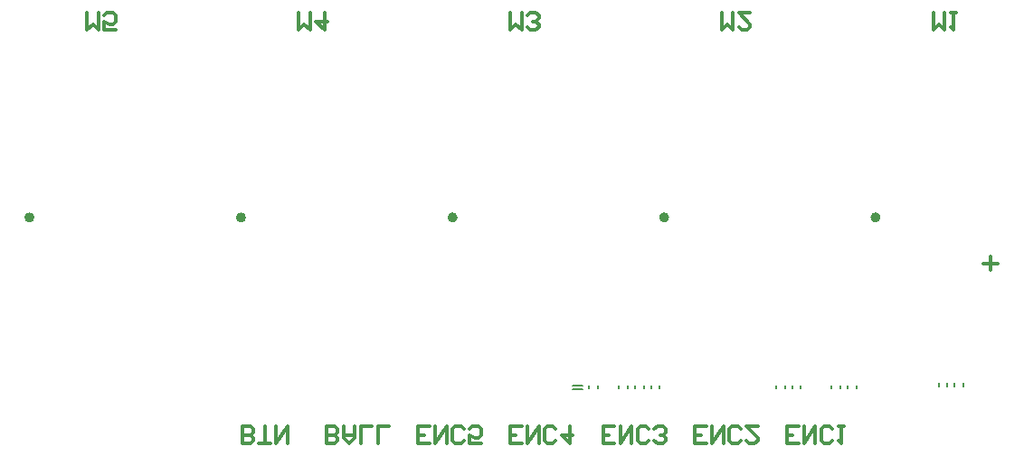
<source format=gbo>
G04 Layer_Color=32896*
%FSLAX24Y24*%
%MOIN*%
G70*
G01*
G75*
%ADD34C,0.0197*%
%ADD36C,0.0118*%
%ADD52C,0.0050*%
D34*
X32726Y11732D02*
G03*
X32726Y11732I-88J0D01*
G01*
X24931D02*
G03*
X24931Y11732I-88J0D01*
G01*
X17135D02*
G03*
X17135Y11732I-88J0D01*
G01*
X9340D02*
G03*
X9340Y11732I-88J0D01*
G01*
X1545D02*
G03*
X1545Y11732I-88J0D01*
G01*
D36*
X36614Y10039D02*
X37139D01*
X36877Y10302D02*
Y9777D01*
X3583Y19291D02*
Y18662D01*
X3793Y18872D01*
X4002Y18662D01*
Y19291D01*
X4632Y18662D02*
X4212D01*
Y18976D01*
X4422Y18872D01*
X4527D01*
X4632Y18976D01*
Y19186D01*
X4527Y19291D01*
X4317D01*
X4212Y19186D01*
X11378Y19291D02*
Y18662D01*
X11588Y18872D01*
X11798Y18662D01*
Y19291D01*
X12323D02*
Y18662D01*
X12008Y18976D01*
X12427D01*
X19173Y19291D02*
Y18662D01*
X19383Y18872D01*
X19593Y18662D01*
Y19291D01*
X19803Y18767D02*
X19908Y18662D01*
X20118D01*
X20223Y18767D01*
Y18872D01*
X20118Y18976D01*
X20013D01*
X20118D01*
X20223Y19081D01*
Y19186D01*
X20118Y19291D01*
X19908D01*
X19803Y19186D01*
X26969Y19291D02*
Y18662D01*
X27178Y18872D01*
X27388Y18662D01*
Y19291D01*
X28018D02*
X27598D01*
X28018Y18872D01*
Y18767D01*
X27913Y18662D01*
X27703D01*
X27598Y18767D01*
X34764Y19291D02*
Y18662D01*
X34974Y18872D01*
X35184Y18662D01*
Y19291D01*
X35394D02*
X35603D01*
X35498D01*
Y18662D01*
X35394Y18767D01*
X9291Y3386D02*
Y4016D01*
X9606D01*
X9711Y3911D01*
Y3806D01*
X9606Y3701D01*
X9291D01*
X9606D01*
X9711Y3596D01*
Y3491D01*
X9606Y3386D01*
X9291D01*
X9921D02*
X10341D01*
X10131D01*
Y4016D01*
X10551D02*
Y3386D01*
X10971Y4016D01*
Y3386D01*
X12402D02*
Y4016D01*
X12716D01*
X12821Y3911D01*
Y3806D01*
X12716Y3701D01*
X12402D01*
X12716D01*
X12821Y3596D01*
Y3491D01*
X12716Y3386D01*
X12402D01*
X13031Y4016D02*
Y3596D01*
X13241Y3386D01*
X13451Y3596D01*
Y4016D01*
Y3701D01*
X13031D01*
X13661Y3386D02*
Y4016D01*
X14081D01*
X14291Y3386D02*
Y4016D01*
X14711D01*
X16207Y3386D02*
X15787D01*
Y4016D01*
X16207D01*
X15787Y3701D02*
X15997D01*
X16417Y4016D02*
Y3386D01*
X16837Y4016D01*
Y3386D01*
X17467Y3491D02*
X17362Y3386D01*
X17152D01*
X17047Y3491D01*
Y3911D01*
X17152Y4016D01*
X17362D01*
X17467Y3911D01*
X18096Y3386D02*
X17677D01*
Y3701D01*
X17886Y3596D01*
X17991D01*
X18096Y3701D01*
Y3911D01*
X17991Y4016D01*
X17782D01*
X17677Y3911D01*
X19593Y3386D02*
X19173D01*
Y4016D01*
X19593D01*
X19173Y3701D02*
X19383D01*
X19803Y4016D02*
Y3386D01*
X20223Y4016D01*
Y3386D01*
X20852Y3491D02*
X20748Y3386D01*
X20538D01*
X20433Y3491D01*
Y3911D01*
X20538Y4016D01*
X20748D01*
X20852Y3911D01*
X21377Y4016D02*
Y3386D01*
X21062Y3701D01*
X21482D01*
X23018Y3386D02*
X22598D01*
Y4016D01*
X23018D01*
X22598Y3701D02*
X22808D01*
X23228Y4016D02*
Y3386D01*
X23648Y4016D01*
Y3386D01*
X24278Y3491D02*
X24173Y3386D01*
X23963D01*
X23858Y3491D01*
Y3911D01*
X23963Y4016D01*
X24173D01*
X24278Y3911D01*
X24488Y3491D02*
X24593Y3386D01*
X24802D01*
X24907Y3491D01*
Y3596D01*
X24802Y3701D01*
X24697D01*
X24802D01*
X24907Y3806D01*
Y3911D01*
X24802Y4016D01*
X24593D01*
X24488Y3911D01*
X26404Y3386D02*
X25984D01*
Y4016D01*
X26404D01*
X25984Y3701D02*
X26194D01*
X26614Y4016D02*
Y3386D01*
X27034Y4016D01*
Y3386D01*
X27664Y3491D02*
X27559Y3386D01*
X27349D01*
X27244Y3491D01*
Y3911D01*
X27349Y4016D01*
X27559D01*
X27664Y3911D01*
X28293Y4016D02*
X27873D01*
X28293Y3596D01*
Y3491D01*
X28188Y3386D01*
X27978D01*
X27873Y3491D01*
X29790Y3386D02*
X29370D01*
Y4016D01*
X29790D01*
X29370Y3701D02*
X29580D01*
X30000Y4016D02*
Y3386D01*
X30420Y4016D01*
Y3386D01*
X31049Y3491D02*
X30944Y3386D01*
X30734D01*
X30630Y3491D01*
Y3911D01*
X30734Y4016D01*
X30944D01*
X31049Y3911D01*
X31259Y4016D02*
X31469D01*
X31364D01*
Y3386D01*
X31259Y3491D01*
D52*
X22084Y5412D02*
Y5532D01*
X22404Y5412D02*
Y5532D01*
X21466Y5402D02*
X21841D01*
X21466Y5542D02*
X21841D01*
X35549Y5491D02*
Y5611D01*
X35869Y5491D02*
Y5611D01*
X34958Y5491D02*
Y5611D01*
X35278Y5491D02*
Y5611D01*
X31612Y5412D02*
Y5532D01*
X31932Y5412D02*
Y5532D01*
X31021Y5412D02*
Y5532D01*
X31341Y5412D02*
Y5532D01*
X24368Y5412D02*
Y5532D01*
X24688Y5412D02*
Y5532D01*
X23777Y5412D02*
Y5532D01*
X24097Y5412D02*
Y5532D01*
X23186Y5412D02*
Y5532D01*
X23506Y5412D02*
Y5532D01*
X29564Y5412D02*
Y5532D01*
X29884Y5412D02*
Y5532D01*
X28974Y5412D02*
Y5532D01*
X29294Y5412D02*
Y5532D01*
M02*

</source>
